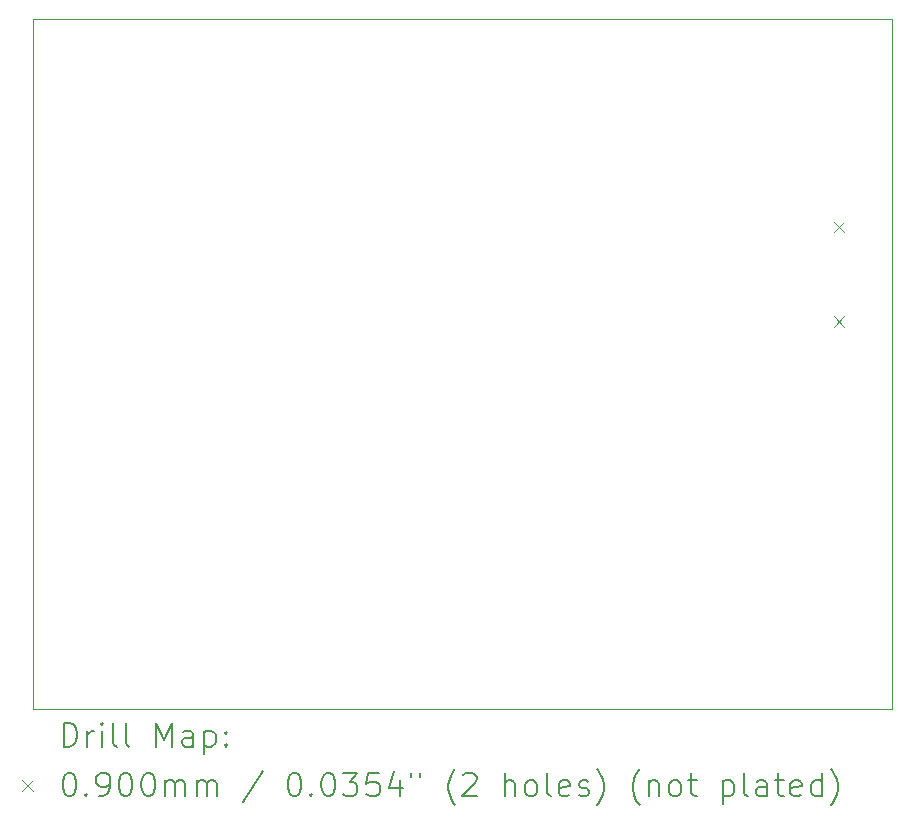
<source format=gbr>
%TF.GenerationSoftware,KiCad,Pcbnew,7.0.10-7.0.10~ubuntu20.04.1*%
%TF.CreationDate,2024-02-18T22:33:08+01:00*%
%TF.ProjectId,ESP32Hardware,45535033-3248-4617-9264-776172652e6b,rev?*%
%TF.SameCoordinates,Original*%
%TF.FileFunction,Drillmap*%
%TF.FilePolarity,Positive*%
%FSLAX45Y45*%
G04 Gerber Fmt 4.5, Leading zero omitted, Abs format (unit mm)*
G04 Created by KiCad (PCBNEW 7.0.10-7.0.10~ubuntu20.04.1) date 2024-02-18 22:33:08*
%MOMM*%
%LPD*%
G01*
G04 APERTURE LIST*
%ADD10C,0.050000*%
%ADD11C,0.200000*%
%ADD12C,0.100000*%
G04 APERTURE END LIST*
D10*
X9570000Y-13260000D02*
X9570000Y-13209200D01*
X9570000Y-7418000D02*
X16840200Y-7416800D01*
X16840200Y-13258800D02*
X9570000Y-13260000D01*
X16840200Y-7416800D02*
X16840200Y-13258800D01*
X9570000Y-7418000D02*
X9570000Y-13209200D01*
D11*
D12*
X16348054Y-9129297D02*
X16438054Y-9219297D01*
X16438054Y-9129297D02*
X16348054Y-9219297D01*
X16348054Y-9929297D02*
X16438054Y-10019297D01*
X16438054Y-9929297D02*
X16348054Y-10019297D01*
D11*
X9828277Y-13573984D02*
X9828277Y-13373984D01*
X9828277Y-13373984D02*
X9875896Y-13373984D01*
X9875896Y-13373984D02*
X9904467Y-13383508D01*
X9904467Y-13383508D02*
X9923515Y-13402555D01*
X9923515Y-13402555D02*
X9933039Y-13421603D01*
X9933039Y-13421603D02*
X9942563Y-13459698D01*
X9942563Y-13459698D02*
X9942563Y-13488269D01*
X9942563Y-13488269D02*
X9933039Y-13526365D01*
X9933039Y-13526365D02*
X9923515Y-13545412D01*
X9923515Y-13545412D02*
X9904467Y-13564460D01*
X9904467Y-13564460D02*
X9875896Y-13573984D01*
X9875896Y-13573984D02*
X9828277Y-13573984D01*
X10028277Y-13573984D02*
X10028277Y-13440650D01*
X10028277Y-13478746D02*
X10037801Y-13459698D01*
X10037801Y-13459698D02*
X10047324Y-13450174D01*
X10047324Y-13450174D02*
X10066372Y-13440650D01*
X10066372Y-13440650D02*
X10085420Y-13440650D01*
X10152086Y-13573984D02*
X10152086Y-13440650D01*
X10152086Y-13373984D02*
X10142563Y-13383508D01*
X10142563Y-13383508D02*
X10152086Y-13393031D01*
X10152086Y-13393031D02*
X10161610Y-13383508D01*
X10161610Y-13383508D02*
X10152086Y-13373984D01*
X10152086Y-13373984D02*
X10152086Y-13393031D01*
X10275896Y-13573984D02*
X10256848Y-13564460D01*
X10256848Y-13564460D02*
X10247324Y-13545412D01*
X10247324Y-13545412D02*
X10247324Y-13373984D01*
X10380658Y-13573984D02*
X10361610Y-13564460D01*
X10361610Y-13564460D02*
X10352086Y-13545412D01*
X10352086Y-13545412D02*
X10352086Y-13373984D01*
X10609229Y-13573984D02*
X10609229Y-13373984D01*
X10609229Y-13373984D02*
X10675896Y-13516841D01*
X10675896Y-13516841D02*
X10742563Y-13373984D01*
X10742563Y-13373984D02*
X10742563Y-13573984D01*
X10923515Y-13573984D02*
X10923515Y-13469222D01*
X10923515Y-13469222D02*
X10913991Y-13450174D01*
X10913991Y-13450174D02*
X10894944Y-13440650D01*
X10894944Y-13440650D02*
X10856848Y-13440650D01*
X10856848Y-13440650D02*
X10837801Y-13450174D01*
X10923515Y-13564460D02*
X10904467Y-13573984D01*
X10904467Y-13573984D02*
X10856848Y-13573984D01*
X10856848Y-13573984D02*
X10837801Y-13564460D01*
X10837801Y-13564460D02*
X10828277Y-13545412D01*
X10828277Y-13545412D02*
X10828277Y-13526365D01*
X10828277Y-13526365D02*
X10837801Y-13507317D01*
X10837801Y-13507317D02*
X10856848Y-13497793D01*
X10856848Y-13497793D02*
X10904467Y-13497793D01*
X10904467Y-13497793D02*
X10923515Y-13488269D01*
X11018753Y-13440650D02*
X11018753Y-13640650D01*
X11018753Y-13450174D02*
X11037801Y-13440650D01*
X11037801Y-13440650D02*
X11075896Y-13440650D01*
X11075896Y-13440650D02*
X11094944Y-13450174D01*
X11094944Y-13450174D02*
X11104467Y-13459698D01*
X11104467Y-13459698D02*
X11113991Y-13478746D01*
X11113991Y-13478746D02*
X11113991Y-13535888D01*
X11113991Y-13535888D02*
X11104467Y-13554936D01*
X11104467Y-13554936D02*
X11094944Y-13564460D01*
X11094944Y-13564460D02*
X11075896Y-13573984D01*
X11075896Y-13573984D02*
X11037801Y-13573984D01*
X11037801Y-13573984D02*
X11018753Y-13564460D01*
X11199705Y-13554936D02*
X11209229Y-13564460D01*
X11209229Y-13564460D02*
X11199705Y-13573984D01*
X11199705Y-13573984D02*
X11190182Y-13564460D01*
X11190182Y-13564460D02*
X11199705Y-13554936D01*
X11199705Y-13554936D02*
X11199705Y-13573984D01*
X11199705Y-13450174D02*
X11209229Y-13459698D01*
X11209229Y-13459698D02*
X11199705Y-13469222D01*
X11199705Y-13469222D02*
X11190182Y-13459698D01*
X11190182Y-13459698D02*
X11199705Y-13450174D01*
X11199705Y-13450174D02*
X11199705Y-13469222D01*
D12*
X9477500Y-13857500D02*
X9567500Y-13947500D01*
X9567500Y-13857500D02*
X9477500Y-13947500D01*
D11*
X9866372Y-13793984D02*
X9885420Y-13793984D01*
X9885420Y-13793984D02*
X9904467Y-13803508D01*
X9904467Y-13803508D02*
X9913991Y-13813031D01*
X9913991Y-13813031D02*
X9923515Y-13832079D01*
X9923515Y-13832079D02*
X9933039Y-13870174D01*
X9933039Y-13870174D02*
X9933039Y-13917793D01*
X9933039Y-13917793D02*
X9923515Y-13955888D01*
X9923515Y-13955888D02*
X9913991Y-13974936D01*
X9913991Y-13974936D02*
X9904467Y-13984460D01*
X9904467Y-13984460D02*
X9885420Y-13993984D01*
X9885420Y-13993984D02*
X9866372Y-13993984D01*
X9866372Y-13993984D02*
X9847324Y-13984460D01*
X9847324Y-13984460D02*
X9837801Y-13974936D01*
X9837801Y-13974936D02*
X9828277Y-13955888D01*
X9828277Y-13955888D02*
X9818753Y-13917793D01*
X9818753Y-13917793D02*
X9818753Y-13870174D01*
X9818753Y-13870174D02*
X9828277Y-13832079D01*
X9828277Y-13832079D02*
X9837801Y-13813031D01*
X9837801Y-13813031D02*
X9847324Y-13803508D01*
X9847324Y-13803508D02*
X9866372Y-13793984D01*
X10018753Y-13974936D02*
X10028277Y-13984460D01*
X10028277Y-13984460D02*
X10018753Y-13993984D01*
X10018753Y-13993984D02*
X10009229Y-13984460D01*
X10009229Y-13984460D02*
X10018753Y-13974936D01*
X10018753Y-13974936D02*
X10018753Y-13993984D01*
X10123515Y-13993984D02*
X10161610Y-13993984D01*
X10161610Y-13993984D02*
X10180658Y-13984460D01*
X10180658Y-13984460D02*
X10190182Y-13974936D01*
X10190182Y-13974936D02*
X10209229Y-13946365D01*
X10209229Y-13946365D02*
X10218753Y-13908269D01*
X10218753Y-13908269D02*
X10218753Y-13832079D01*
X10218753Y-13832079D02*
X10209229Y-13813031D01*
X10209229Y-13813031D02*
X10199705Y-13803508D01*
X10199705Y-13803508D02*
X10180658Y-13793984D01*
X10180658Y-13793984D02*
X10142563Y-13793984D01*
X10142563Y-13793984D02*
X10123515Y-13803508D01*
X10123515Y-13803508D02*
X10113991Y-13813031D01*
X10113991Y-13813031D02*
X10104467Y-13832079D01*
X10104467Y-13832079D02*
X10104467Y-13879698D01*
X10104467Y-13879698D02*
X10113991Y-13898746D01*
X10113991Y-13898746D02*
X10123515Y-13908269D01*
X10123515Y-13908269D02*
X10142563Y-13917793D01*
X10142563Y-13917793D02*
X10180658Y-13917793D01*
X10180658Y-13917793D02*
X10199705Y-13908269D01*
X10199705Y-13908269D02*
X10209229Y-13898746D01*
X10209229Y-13898746D02*
X10218753Y-13879698D01*
X10342563Y-13793984D02*
X10361610Y-13793984D01*
X10361610Y-13793984D02*
X10380658Y-13803508D01*
X10380658Y-13803508D02*
X10390182Y-13813031D01*
X10390182Y-13813031D02*
X10399705Y-13832079D01*
X10399705Y-13832079D02*
X10409229Y-13870174D01*
X10409229Y-13870174D02*
X10409229Y-13917793D01*
X10409229Y-13917793D02*
X10399705Y-13955888D01*
X10399705Y-13955888D02*
X10390182Y-13974936D01*
X10390182Y-13974936D02*
X10380658Y-13984460D01*
X10380658Y-13984460D02*
X10361610Y-13993984D01*
X10361610Y-13993984D02*
X10342563Y-13993984D01*
X10342563Y-13993984D02*
X10323515Y-13984460D01*
X10323515Y-13984460D02*
X10313991Y-13974936D01*
X10313991Y-13974936D02*
X10304467Y-13955888D01*
X10304467Y-13955888D02*
X10294944Y-13917793D01*
X10294944Y-13917793D02*
X10294944Y-13870174D01*
X10294944Y-13870174D02*
X10304467Y-13832079D01*
X10304467Y-13832079D02*
X10313991Y-13813031D01*
X10313991Y-13813031D02*
X10323515Y-13803508D01*
X10323515Y-13803508D02*
X10342563Y-13793984D01*
X10533039Y-13793984D02*
X10552086Y-13793984D01*
X10552086Y-13793984D02*
X10571134Y-13803508D01*
X10571134Y-13803508D02*
X10580658Y-13813031D01*
X10580658Y-13813031D02*
X10590182Y-13832079D01*
X10590182Y-13832079D02*
X10599705Y-13870174D01*
X10599705Y-13870174D02*
X10599705Y-13917793D01*
X10599705Y-13917793D02*
X10590182Y-13955888D01*
X10590182Y-13955888D02*
X10580658Y-13974936D01*
X10580658Y-13974936D02*
X10571134Y-13984460D01*
X10571134Y-13984460D02*
X10552086Y-13993984D01*
X10552086Y-13993984D02*
X10533039Y-13993984D01*
X10533039Y-13993984D02*
X10513991Y-13984460D01*
X10513991Y-13984460D02*
X10504467Y-13974936D01*
X10504467Y-13974936D02*
X10494944Y-13955888D01*
X10494944Y-13955888D02*
X10485420Y-13917793D01*
X10485420Y-13917793D02*
X10485420Y-13870174D01*
X10485420Y-13870174D02*
X10494944Y-13832079D01*
X10494944Y-13832079D02*
X10504467Y-13813031D01*
X10504467Y-13813031D02*
X10513991Y-13803508D01*
X10513991Y-13803508D02*
X10533039Y-13793984D01*
X10685420Y-13993984D02*
X10685420Y-13860650D01*
X10685420Y-13879698D02*
X10694944Y-13870174D01*
X10694944Y-13870174D02*
X10713991Y-13860650D01*
X10713991Y-13860650D02*
X10742563Y-13860650D01*
X10742563Y-13860650D02*
X10761610Y-13870174D01*
X10761610Y-13870174D02*
X10771134Y-13889222D01*
X10771134Y-13889222D02*
X10771134Y-13993984D01*
X10771134Y-13889222D02*
X10780658Y-13870174D01*
X10780658Y-13870174D02*
X10799705Y-13860650D01*
X10799705Y-13860650D02*
X10828277Y-13860650D01*
X10828277Y-13860650D02*
X10847325Y-13870174D01*
X10847325Y-13870174D02*
X10856848Y-13889222D01*
X10856848Y-13889222D02*
X10856848Y-13993984D01*
X10952086Y-13993984D02*
X10952086Y-13860650D01*
X10952086Y-13879698D02*
X10961610Y-13870174D01*
X10961610Y-13870174D02*
X10980658Y-13860650D01*
X10980658Y-13860650D02*
X11009229Y-13860650D01*
X11009229Y-13860650D02*
X11028277Y-13870174D01*
X11028277Y-13870174D02*
X11037801Y-13889222D01*
X11037801Y-13889222D02*
X11037801Y-13993984D01*
X11037801Y-13889222D02*
X11047325Y-13870174D01*
X11047325Y-13870174D02*
X11066372Y-13860650D01*
X11066372Y-13860650D02*
X11094944Y-13860650D01*
X11094944Y-13860650D02*
X11113991Y-13870174D01*
X11113991Y-13870174D02*
X11123515Y-13889222D01*
X11123515Y-13889222D02*
X11123515Y-13993984D01*
X11513991Y-13784460D02*
X11342563Y-14041603D01*
X11771134Y-13793984D02*
X11790182Y-13793984D01*
X11790182Y-13793984D02*
X11809229Y-13803508D01*
X11809229Y-13803508D02*
X11818753Y-13813031D01*
X11818753Y-13813031D02*
X11828277Y-13832079D01*
X11828277Y-13832079D02*
X11837801Y-13870174D01*
X11837801Y-13870174D02*
X11837801Y-13917793D01*
X11837801Y-13917793D02*
X11828277Y-13955888D01*
X11828277Y-13955888D02*
X11818753Y-13974936D01*
X11818753Y-13974936D02*
X11809229Y-13984460D01*
X11809229Y-13984460D02*
X11790182Y-13993984D01*
X11790182Y-13993984D02*
X11771134Y-13993984D01*
X11771134Y-13993984D02*
X11752086Y-13984460D01*
X11752086Y-13984460D02*
X11742563Y-13974936D01*
X11742563Y-13974936D02*
X11733039Y-13955888D01*
X11733039Y-13955888D02*
X11723515Y-13917793D01*
X11723515Y-13917793D02*
X11723515Y-13870174D01*
X11723515Y-13870174D02*
X11733039Y-13832079D01*
X11733039Y-13832079D02*
X11742563Y-13813031D01*
X11742563Y-13813031D02*
X11752086Y-13803508D01*
X11752086Y-13803508D02*
X11771134Y-13793984D01*
X11923515Y-13974936D02*
X11933039Y-13984460D01*
X11933039Y-13984460D02*
X11923515Y-13993984D01*
X11923515Y-13993984D02*
X11913991Y-13984460D01*
X11913991Y-13984460D02*
X11923515Y-13974936D01*
X11923515Y-13974936D02*
X11923515Y-13993984D01*
X12056848Y-13793984D02*
X12075896Y-13793984D01*
X12075896Y-13793984D02*
X12094944Y-13803508D01*
X12094944Y-13803508D02*
X12104467Y-13813031D01*
X12104467Y-13813031D02*
X12113991Y-13832079D01*
X12113991Y-13832079D02*
X12123515Y-13870174D01*
X12123515Y-13870174D02*
X12123515Y-13917793D01*
X12123515Y-13917793D02*
X12113991Y-13955888D01*
X12113991Y-13955888D02*
X12104467Y-13974936D01*
X12104467Y-13974936D02*
X12094944Y-13984460D01*
X12094944Y-13984460D02*
X12075896Y-13993984D01*
X12075896Y-13993984D02*
X12056848Y-13993984D01*
X12056848Y-13993984D02*
X12037801Y-13984460D01*
X12037801Y-13984460D02*
X12028277Y-13974936D01*
X12028277Y-13974936D02*
X12018753Y-13955888D01*
X12018753Y-13955888D02*
X12009229Y-13917793D01*
X12009229Y-13917793D02*
X12009229Y-13870174D01*
X12009229Y-13870174D02*
X12018753Y-13832079D01*
X12018753Y-13832079D02*
X12028277Y-13813031D01*
X12028277Y-13813031D02*
X12037801Y-13803508D01*
X12037801Y-13803508D02*
X12056848Y-13793984D01*
X12190182Y-13793984D02*
X12313991Y-13793984D01*
X12313991Y-13793984D02*
X12247325Y-13870174D01*
X12247325Y-13870174D02*
X12275896Y-13870174D01*
X12275896Y-13870174D02*
X12294944Y-13879698D01*
X12294944Y-13879698D02*
X12304467Y-13889222D01*
X12304467Y-13889222D02*
X12313991Y-13908269D01*
X12313991Y-13908269D02*
X12313991Y-13955888D01*
X12313991Y-13955888D02*
X12304467Y-13974936D01*
X12304467Y-13974936D02*
X12294944Y-13984460D01*
X12294944Y-13984460D02*
X12275896Y-13993984D01*
X12275896Y-13993984D02*
X12218753Y-13993984D01*
X12218753Y-13993984D02*
X12199706Y-13984460D01*
X12199706Y-13984460D02*
X12190182Y-13974936D01*
X12494944Y-13793984D02*
X12399706Y-13793984D01*
X12399706Y-13793984D02*
X12390182Y-13889222D01*
X12390182Y-13889222D02*
X12399706Y-13879698D01*
X12399706Y-13879698D02*
X12418753Y-13870174D01*
X12418753Y-13870174D02*
X12466372Y-13870174D01*
X12466372Y-13870174D02*
X12485420Y-13879698D01*
X12485420Y-13879698D02*
X12494944Y-13889222D01*
X12494944Y-13889222D02*
X12504467Y-13908269D01*
X12504467Y-13908269D02*
X12504467Y-13955888D01*
X12504467Y-13955888D02*
X12494944Y-13974936D01*
X12494944Y-13974936D02*
X12485420Y-13984460D01*
X12485420Y-13984460D02*
X12466372Y-13993984D01*
X12466372Y-13993984D02*
X12418753Y-13993984D01*
X12418753Y-13993984D02*
X12399706Y-13984460D01*
X12399706Y-13984460D02*
X12390182Y-13974936D01*
X12675896Y-13860650D02*
X12675896Y-13993984D01*
X12628277Y-13784460D02*
X12580658Y-13927317D01*
X12580658Y-13927317D02*
X12704467Y-13927317D01*
X12771134Y-13793984D02*
X12771134Y-13832079D01*
X12847325Y-13793984D02*
X12847325Y-13832079D01*
X13142563Y-14070174D02*
X13133039Y-14060650D01*
X13133039Y-14060650D02*
X13113991Y-14032079D01*
X13113991Y-14032079D02*
X13104468Y-14013031D01*
X13104468Y-14013031D02*
X13094944Y-13984460D01*
X13094944Y-13984460D02*
X13085420Y-13936841D01*
X13085420Y-13936841D02*
X13085420Y-13898746D01*
X13085420Y-13898746D02*
X13094944Y-13851127D01*
X13094944Y-13851127D02*
X13104468Y-13822555D01*
X13104468Y-13822555D02*
X13113991Y-13803508D01*
X13113991Y-13803508D02*
X13133039Y-13774936D01*
X13133039Y-13774936D02*
X13142563Y-13765412D01*
X13209229Y-13813031D02*
X13218753Y-13803508D01*
X13218753Y-13803508D02*
X13237801Y-13793984D01*
X13237801Y-13793984D02*
X13285420Y-13793984D01*
X13285420Y-13793984D02*
X13304468Y-13803508D01*
X13304468Y-13803508D02*
X13313991Y-13813031D01*
X13313991Y-13813031D02*
X13323515Y-13832079D01*
X13323515Y-13832079D02*
X13323515Y-13851127D01*
X13323515Y-13851127D02*
X13313991Y-13879698D01*
X13313991Y-13879698D02*
X13199706Y-13993984D01*
X13199706Y-13993984D02*
X13323515Y-13993984D01*
X13561610Y-13993984D02*
X13561610Y-13793984D01*
X13647325Y-13993984D02*
X13647325Y-13889222D01*
X13647325Y-13889222D02*
X13637801Y-13870174D01*
X13637801Y-13870174D02*
X13618753Y-13860650D01*
X13618753Y-13860650D02*
X13590182Y-13860650D01*
X13590182Y-13860650D02*
X13571134Y-13870174D01*
X13571134Y-13870174D02*
X13561610Y-13879698D01*
X13771134Y-13993984D02*
X13752087Y-13984460D01*
X13752087Y-13984460D02*
X13742563Y-13974936D01*
X13742563Y-13974936D02*
X13733039Y-13955888D01*
X13733039Y-13955888D02*
X13733039Y-13898746D01*
X13733039Y-13898746D02*
X13742563Y-13879698D01*
X13742563Y-13879698D02*
X13752087Y-13870174D01*
X13752087Y-13870174D02*
X13771134Y-13860650D01*
X13771134Y-13860650D02*
X13799706Y-13860650D01*
X13799706Y-13860650D02*
X13818753Y-13870174D01*
X13818753Y-13870174D02*
X13828277Y-13879698D01*
X13828277Y-13879698D02*
X13837801Y-13898746D01*
X13837801Y-13898746D02*
X13837801Y-13955888D01*
X13837801Y-13955888D02*
X13828277Y-13974936D01*
X13828277Y-13974936D02*
X13818753Y-13984460D01*
X13818753Y-13984460D02*
X13799706Y-13993984D01*
X13799706Y-13993984D02*
X13771134Y-13993984D01*
X13952087Y-13993984D02*
X13933039Y-13984460D01*
X13933039Y-13984460D02*
X13923515Y-13965412D01*
X13923515Y-13965412D02*
X13923515Y-13793984D01*
X14104468Y-13984460D02*
X14085420Y-13993984D01*
X14085420Y-13993984D02*
X14047325Y-13993984D01*
X14047325Y-13993984D02*
X14028277Y-13984460D01*
X14028277Y-13984460D02*
X14018753Y-13965412D01*
X14018753Y-13965412D02*
X14018753Y-13889222D01*
X14018753Y-13889222D02*
X14028277Y-13870174D01*
X14028277Y-13870174D02*
X14047325Y-13860650D01*
X14047325Y-13860650D02*
X14085420Y-13860650D01*
X14085420Y-13860650D02*
X14104468Y-13870174D01*
X14104468Y-13870174D02*
X14113991Y-13889222D01*
X14113991Y-13889222D02*
X14113991Y-13908269D01*
X14113991Y-13908269D02*
X14018753Y-13927317D01*
X14190182Y-13984460D02*
X14209230Y-13993984D01*
X14209230Y-13993984D02*
X14247325Y-13993984D01*
X14247325Y-13993984D02*
X14266372Y-13984460D01*
X14266372Y-13984460D02*
X14275896Y-13965412D01*
X14275896Y-13965412D02*
X14275896Y-13955888D01*
X14275896Y-13955888D02*
X14266372Y-13936841D01*
X14266372Y-13936841D02*
X14247325Y-13927317D01*
X14247325Y-13927317D02*
X14218753Y-13927317D01*
X14218753Y-13927317D02*
X14199706Y-13917793D01*
X14199706Y-13917793D02*
X14190182Y-13898746D01*
X14190182Y-13898746D02*
X14190182Y-13889222D01*
X14190182Y-13889222D02*
X14199706Y-13870174D01*
X14199706Y-13870174D02*
X14218753Y-13860650D01*
X14218753Y-13860650D02*
X14247325Y-13860650D01*
X14247325Y-13860650D02*
X14266372Y-13870174D01*
X14342563Y-14070174D02*
X14352087Y-14060650D01*
X14352087Y-14060650D02*
X14371134Y-14032079D01*
X14371134Y-14032079D02*
X14380658Y-14013031D01*
X14380658Y-14013031D02*
X14390182Y-13984460D01*
X14390182Y-13984460D02*
X14399706Y-13936841D01*
X14399706Y-13936841D02*
X14399706Y-13898746D01*
X14399706Y-13898746D02*
X14390182Y-13851127D01*
X14390182Y-13851127D02*
X14380658Y-13822555D01*
X14380658Y-13822555D02*
X14371134Y-13803508D01*
X14371134Y-13803508D02*
X14352087Y-13774936D01*
X14352087Y-13774936D02*
X14342563Y-13765412D01*
X14704468Y-14070174D02*
X14694944Y-14060650D01*
X14694944Y-14060650D02*
X14675896Y-14032079D01*
X14675896Y-14032079D02*
X14666372Y-14013031D01*
X14666372Y-14013031D02*
X14656849Y-13984460D01*
X14656849Y-13984460D02*
X14647325Y-13936841D01*
X14647325Y-13936841D02*
X14647325Y-13898746D01*
X14647325Y-13898746D02*
X14656849Y-13851127D01*
X14656849Y-13851127D02*
X14666372Y-13822555D01*
X14666372Y-13822555D02*
X14675896Y-13803508D01*
X14675896Y-13803508D02*
X14694944Y-13774936D01*
X14694944Y-13774936D02*
X14704468Y-13765412D01*
X14780658Y-13860650D02*
X14780658Y-13993984D01*
X14780658Y-13879698D02*
X14790182Y-13870174D01*
X14790182Y-13870174D02*
X14809230Y-13860650D01*
X14809230Y-13860650D02*
X14837801Y-13860650D01*
X14837801Y-13860650D02*
X14856849Y-13870174D01*
X14856849Y-13870174D02*
X14866372Y-13889222D01*
X14866372Y-13889222D02*
X14866372Y-13993984D01*
X14990182Y-13993984D02*
X14971134Y-13984460D01*
X14971134Y-13984460D02*
X14961611Y-13974936D01*
X14961611Y-13974936D02*
X14952087Y-13955888D01*
X14952087Y-13955888D02*
X14952087Y-13898746D01*
X14952087Y-13898746D02*
X14961611Y-13879698D01*
X14961611Y-13879698D02*
X14971134Y-13870174D01*
X14971134Y-13870174D02*
X14990182Y-13860650D01*
X14990182Y-13860650D02*
X15018753Y-13860650D01*
X15018753Y-13860650D02*
X15037801Y-13870174D01*
X15037801Y-13870174D02*
X15047325Y-13879698D01*
X15047325Y-13879698D02*
X15056849Y-13898746D01*
X15056849Y-13898746D02*
X15056849Y-13955888D01*
X15056849Y-13955888D02*
X15047325Y-13974936D01*
X15047325Y-13974936D02*
X15037801Y-13984460D01*
X15037801Y-13984460D02*
X15018753Y-13993984D01*
X15018753Y-13993984D02*
X14990182Y-13993984D01*
X15113992Y-13860650D02*
X15190182Y-13860650D01*
X15142563Y-13793984D02*
X15142563Y-13965412D01*
X15142563Y-13965412D02*
X15152087Y-13984460D01*
X15152087Y-13984460D02*
X15171134Y-13993984D01*
X15171134Y-13993984D02*
X15190182Y-13993984D01*
X15409230Y-13860650D02*
X15409230Y-14060650D01*
X15409230Y-13870174D02*
X15428277Y-13860650D01*
X15428277Y-13860650D02*
X15466373Y-13860650D01*
X15466373Y-13860650D02*
X15485420Y-13870174D01*
X15485420Y-13870174D02*
X15494944Y-13879698D01*
X15494944Y-13879698D02*
X15504468Y-13898746D01*
X15504468Y-13898746D02*
X15504468Y-13955888D01*
X15504468Y-13955888D02*
X15494944Y-13974936D01*
X15494944Y-13974936D02*
X15485420Y-13984460D01*
X15485420Y-13984460D02*
X15466373Y-13993984D01*
X15466373Y-13993984D02*
X15428277Y-13993984D01*
X15428277Y-13993984D02*
X15409230Y-13984460D01*
X15618753Y-13993984D02*
X15599706Y-13984460D01*
X15599706Y-13984460D02*
X15590182Y-13965412D01*
X15590182Y-13965412D02*
X15590182Y-13793984D01*
X15780658Y-13993984D02*
X15780658Y-13889222D01*
X15780658Y-13889222D02*
X15771134Y-13870174D01*
X15771134Y-13870174D02*
X15752087Y-13860650D01*
X15752087Y-13860650D02*
X15713992Y-13860650D01*
X15713992Y-13860650D02*
X15694944Y-13870174D01*
X15780658Y-13984460D02*
X15761611Y-13993984D01*
X15761611Y-13993984D02*
X15713992Y-13993984D01*
X15713992Y-13993984D02*
X15694944Y-13984460D01*
X15694944Y-13984460D02*
X15685420Y-13965412D01*
X15685420Y-13965412D02*
X15685420Y-13946365D01*
X15685420Y-13946365D02*
X15694944Y-13927317D01*
X15694944Y-13927317D02*
X15713992Y-13917793D01*
X15713992Y-13917793D02*
X15761611Y-13917793D01*
X15761611Y-13917793D02*
X15780658Y-13908269D01*
X15847325Y-13860650D02*
X15923515Y-13860650D01*
X15875896Y-13793984D02*
X15875896Y-13965412D01*
X15875896Y-13965412D02*
X15885420Y-13984460D01*
X15885420Y-13984460D02*
X15904468Y-13993984D01*
X15904468Y-13993984D02*
X15923515Y-13993984D01*
X16066373Y-13984460D02*
X16047325Y-13993984D01*
X16047325Y-13993984D02*
X16009230Y-13993984D01*
X16009230Y-13993984D02*
X15990182Y-13984460D01*
X15990182Y-13984460D02*
X15980658Y-13965412D01*
X15980658Y-13965412D02*
X15980658Y-13889222D01*
X15980658Y-13889222D02*
X15990182Y-13870174D01*
X15990182Y-13870174D02*
X16009230Y-13860650D01*
X16009230Y-13860650D02*
X16047325Y-13860650D01*
X16047325Y-13860650D02*
X16066373Y-13870174D01*
X16066373Y-13870174D02*
X16075896Y-13889222D01*
X16075896Y-13889222D02*
X16075896Y-13908269D01*
X16075896Y-13908269D02*
X15980658Y-13927317D01*
X16247325Y-13993984D02*
X16247325Y-13793984D01*
X16247325Y-13984460D02*
X16228277Y-13993984D01*
X16228277Y-13993984D02*
X16190182Y-13993984D01*
X16190182Y-13993984D02*
X16171134Y-13984460D01*
X16171134Y-13984460D02*
X16161611Y-13974936D01*
X16161611Y-13974936D02*
X16152087Y-13955888D01*
X16152087Y-13955888D02*
X16152087Y-13898746D01*
X16152087Y-13898746D02*
X16161611Y-13879698D01*
X16161611Y-13879698D02*
X16171134Y-13870174D01*
X16171134Y-13870174D02*
X16190182Y-13860650D01*
X16190182Y-13860650D02*
X16228277Y-13860650D01*
X16228277Y-13860650D02*
X16247325Y-13870174D01*
X16323515Y-14070174D02*
X16333039Y-14060650D01*
X16333039Y-14060650D02*
X16352087Y-14032079D01*
X16352087Y-14032079D02*
X16361611Y-14013031D01*
X16361611Y-14013031D02*
X16371134Y-13984460D01*
X16371134Y-13984460D02*
X16380658Y-13936841D01*
X16380658Y-13936841D02*
X16380658Y-13898746D01*
X16380658Y-13898746D02*
X16371134Y-13851127D01*
X16371134Y-13851127D02*
X16361611Y-13822555D01*
X16361611Y-13822555D02*
X16352087Y-13803508D01*
X16352087Y-13803508D02*
X16333039Y-13774936D01*
X16333039Y-13774936D02*
X16323515Y-13765412D01*
M02*

</source>
